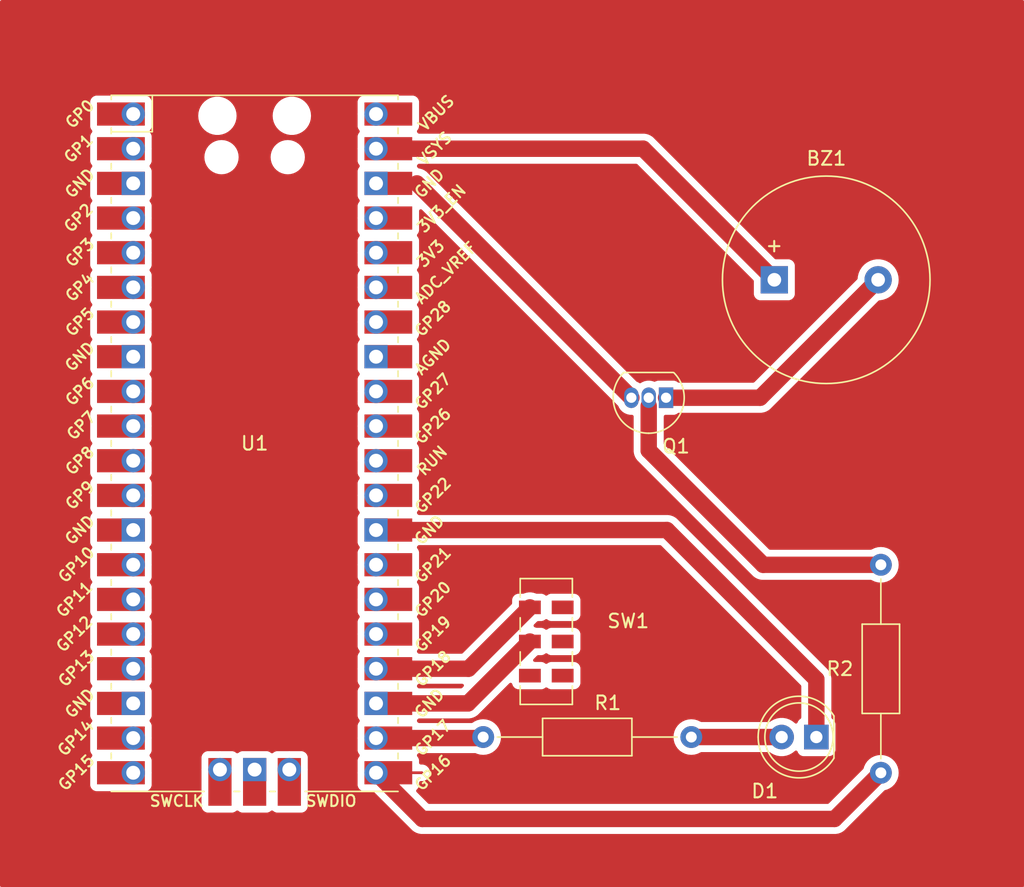
<source format=kicad_pcb>
(kicad_pcb (version 20240108) (generator "pcbnew") (generator_version "8.0")
  (layers (0 "F.Cu" signal) (31 "B.Cu" signal) (34 "B.Paste" user) (35 "F.Paste" user) (36 "B.SilkS" user "B.Silkscreen") (37 "F.SilkS" user "F.Silkscreen") (38 "B.Mask" user) (39 "F.Mask" user) (44 "Edge.Cuts" user))
  (net 0 "")
  (net 1 "Net-(BZ1--)")
  (net 2 "VCC")
  (net 3 "Net-(D1-A)")
  (net 4 "GND (LED)")
  (net 5 "Net-(Q1-B)")
  (net 6 "GND (Buzzer)")
  (net 7 "GP17 (LED)")
  (net 8 "GP16 (Buzzer)")
  (net 9 "GND (Switch)")
  (net 11 "GP18 (Switch)")
  (footprint "LED_THT:LED_D5.0mm" (layer "F.Cu") (at 184.775 119 180)
    (property "Reference" "D1" (at 3.775 -3.96 180) (layer "F.SilkS"))
    (property "Value" "LED")
    (fp_line (start -1.29 -1.545) (end -1.29 1.545) (stroke (width 0.12)) (layer "F.SilkS"))
    (fp_arc (start 4.26 -0.000462) (mid 2.072002 2.880433) (end -1.29 1.54483) (stroke (width 0.12)) (layer "F.SilkS"))
    (fp_arc (start -1.29 -1.54483) (mid 2.072002 -2.880433) (end 4.26 0.000462) (stroke (width 0.12)) (layer "F.SilkS"))
    (fp_circle (center 1.27 0) (end 3.77 0) (stroke (width 0.12)) (fill none) (layer "F.SilkS"))
    (pad "1" thru_hole rect (at 0 0 180) (size 1.8 1.8) (drill 0.9) (layers "*.Cu" "*.Mask") (net 4 "GND (LED)"))
    (pad "2" thru_hole circle (at 2.54 0 180) (size 1.8 1.8) (drill 0.9) (layers "*.Cu" "*.Mask") (net 3 "Net-(D1-A)"))
  )
  (footprint "Resistor_THT:R_Axial_DIN0207_L6.3mm_D2.5mm_P15.24mm_Horizontal" (layer "F.Cu") (at 160.38 119)
    (property "Reference" "R1" (at 9.12 -2.5 0) (layer "F.SilkS"))
    (property "Value" "220")
    (fp_line (start 1.04 0) (end 4.35 0) (stroke (width 0.12)) (layer "F.SilkS"))
    (fp_line (start 4.35 -1.37) (end 4.35 1.37) (stroke (width 0.12)) (layer "F.SilkS"))
    (fp_line (start 4.35 1.37) (end 10.89 1.37) (stroke (width 0.12)) (layer "F.SilkS"))
    (fp_line (start 10.89 -1.37) (end 4.35 -1.37) (stroke (width 0.12)) (layer "F.SilkS"))
    (fp_line (start 10.89 1.37) (end 10.89 -1.37) (stroke (width 0.12)) (layer "F.SilkS"))
    (fp_line (start 14.2 0) (end 10.89 0) (stroke (width 0.12)) (layer "F.SilkS"))
    (pad "1" thru_hole circle (at 0 0) (size 1.6 1.6) (drill 0.8) (layers "*.Cu" "*.Mask") (net 7 "GP17 (LED)"))
    (pad "2" thru_hole oval (at 15.24 0) (size 1.6 1.6) (drill 0.8) (layers "*.Cu" "*.Mask") (net 3 "Net-(D1-A)"))
  )
  (footprint "Button_Switch_SMD:SW_DPDT_CK_JS202011JCQN" (layer "F.Cu") (at 165 112 90)
    (property "Reference" "SW1" (at 1.5 6 0) (layer "F.SilkS"))
    (property "Value" "SW_SPDT")
    (fp_line (start 4.61 -1.91) (end 3.26 -1.91) (stroke (width 0.12)) (layer "F.SilkS"))
    (fp_line (start 4.61 -1.91) (end 4.61 1.91) (stroke (width 0.12)) (layer "F.SilkS"))
    (fp_line (start 1.74 -1.91) (end 0.76 -1.91) (stroke (width 0.12)) (layer "F.SilkS"))
    (fp_line (start -0.76 -1.91) (end -1.74 -1.91) (stroke (width 0.12)) (layer "F.SilkS"))
    (fp_line (start -3.26 -1.91) (end -4.61 -1.91) (stroke (width 0.12)) (layer "F.SilkS"))
    (fp_line (start -4.61 -1.91) (end -4.61 1.91) (stroke (width 0.12)) (layer "F.SilkS"))
    (fp_line (start 4.61 1.91) (end 3.26 1.91) (stroke (width 0.12)) (layer "F.SilkS"))
    (fp_line (start 1.74 1.91) (end 0.76 1.91) (stroke (width 0.12)) (layer "F.SilkS"))
    (fp_line (start -0.76 1.91) (end -1.74 1.91) (stroke (width 0.12)) (layer "F.SilkS"))
    (fp_line (start -4.61 1.91) (end -3.26 1.91) (stroke (width 0.12)) (layer "F.SilkS"))
    (pad "1" smd rect (at -2.5 -1.2 90) (size 1 1.6) (layers "F.Cu" "F.Paste" "F.Mask"))
    (pad "2" smd rect (at 0 -1.2 90) (size 1 1.6) (layers "F.Cu" "F.Paste" "F.Mask") (net 9 "GND (Switch)"))
    (pad "3" smd rect (at 2.5 -1.2 90) (size 1 1.6) (layers "F.Cu" "F.Paste" "F.Mask") (net 11 "GP18 (Switch)"))
    (pad "4" smd rect (at -2.5 1.2 90) (size 1 1.6) (layers "F.Cu" "F.Paste" "F.Mask"))
    (pad "5" smd rect (at 0 1.2 90) (size 1 1.6) (layers "F.Cu" "F.Paste" "F.Mask"))
    (pad "6" smd rect (at 2.5 1.2 90) (size 1 1.6) (layers "F.Cu" "F.Paste" "F.Mask"))
  )
  (footprint "Package_TO_SOT_THT:TO-92_Inline" (layer "F.Cu") (at 173.77 94.14 180)
    (property "Reference" "Q1" (at -0.73 -3.56 180) (layer "F.SilkS"))
    (property "Value" "BC337")
    (fp_line (start -0.53 1.85) (end 3.07 1.85) (stroke (width 0.12)) (layer "F.SilkS"))
    (fp_arc (start 1.27 -2.6) (mid 3.672087 -0.994977) (end 3.108478 1.838478) (stroke (width 0.12)) (layer "F.SilkS"))
    (fp_arc (start -0.568478 1.838478) (mid -1.132087 -0.994977) (end 1.27 -2.6) (stroke (width 0.12)) (layer "F.SilkS"))
    (pad "1" thru_hole rect (at 0 0 180) (size 1.05 1.5) (drill 0.75) (layers "*.Cu" "*.Mask") (net 1 "Net-(BZ1--)"))
    (pad "2" thru_hole oval (at 1.27 0 180) (size 1.05 1.5) (drill 0.75) (layers "*.Cu" "*.Mask") (net 5 "Net-(Q1-B)"))
    (pad "3" thru_hole oval (at 2.54 0 180) (size 1.05 1.5) (drill 0.75) (layers "*.Cu" "*.Mask") (net 6 "GND (Buzzer)"))
  )
  (footprint "MCU_RaspberryPi_and_Boards:RPi_Pico_SMD_TH" (layer "F.Cu") (at 143.645 97.485)
    (property "Reference" "U1" (at 0 0 0) (layer "F.SilkS"))
    (property "Value" "Pico")
    (fp_line (start -10.5 -25.5) (end -10.5 -25.2) (stroke (width 0.12)) (layer "F.SilkS"))
    (fp_line (start -10.5 -25.5) (end 10.5 -25.5) (stroke (width 0.12)) (layer "F.SilkS"))
    (fp_line (start -10.5 -23.1) (end -10.5 -22.7) (stroke (width 0.12)) (layer "F.SilkS"))
    (fp_line (start -10.5 -22.833) (end -7.493 -22.833) (stroke (width 0.12)) (layer "F.SilkS"))
    (fp_line (start -10.5 -20.5) (end -10.5 -20.1) (stroke (width 0.12)) (layer "F.SilkS"))
    (fp_line (start -10.5 -18) (end -10.5 -17.6) (stroke (width 0.12)) (layer "F.SilkS"))
    (fp_line (start -10.5 -15.4) (end -10.5 -15) (stroke (width 0.12)) (layer "F.SilkS"))
    (fp_line (start -10.5 -12.9) (end -10.5 -12.5) (stroke (width 0.12)) (layer "F.SilkS"))
    (fp_line (start -10.5 -10.4) (end -10.5 -10) (stroke (width 0.12)) (layer "F.SilkS"))
    (fp_line (start -10.5 -7.8) (end -10.5 -7.4) (stroke (width 0.12)) (layer "F.SilkS"))
    (fp_line (start -10.5 -5.3) (end -10.5 -4.9) (stroke (width 0.12)) (layer "F.SilkS"))
    (fp_line (start -10.5 -2.7) (end -10.5 -2.3) (stroke (width 0.12)) (layer "F.SilkS"))
    (fp_line (start -10.5 -0.2) (end -10.5 0.2) (stroke (width 0.12)) (layer "F.SilkS"))
    (fp_line (start -10.5 2.3) (end -10.5 2.7) (stroke (width 0.12)) (layer "F.SilkS"))
    (fp_line (start -10.5 4.9) (end -10.5 5.3) (stroke (width 0.12)) (layer "F.SilkS"))
    (fp_line (start -10.5 7.4) (end -10.5 7.8) (stroke (width 0.12)) (layer "F.SilkS"))
    (fp_line (start -10.5 10) (end -10.5 10.4) (stroke (width 0.12)) (layer "F.SilkS"))
    (fp_line (start -10.5 12.5) (end -10.5 12.9) (stroke (width 0.12)) (layer "F.SilkS"))
    (fp_line (start -10.5 15.1) (end -10.5 15.5) (stroke (width 0.12)) (layer "F.SilkS"))
    (fp_line (start -10.5 17.6) (end -10.5 18) (stroke (width 0.12)) (layer "F.SilkS"))
    (fp_line (start -10.5 20.1) (end -10.5 20.5) (stroke (width 0.12)) (layer "F.SilkS"))
    (fp_line (start -10.5 22.7) (end -10.5 23.1) (stroke (width 0.12)) (layer "F.SilkS"))
    (fp_line (start -7.493 -22.833) (end -7.493 -25.5) (stroke (width 0.12)) (layer "F.SilkS"))
    (fp_line (start -3.7 25.5) (end -10.5 25.5) (stroke (width 0.12)) (layer "F.SilkS"))
    (fp_line (start -1.5 25.5) (end -1.1 25.5) (stroke (width 0.12)) (layer "F.SilkS"))
    (fp_line (start 1.1 25.5) (end 1.5 25.5) (stroke (width 0.12)) (layer "F.SilkS"))
    (fp_line (start 10.5 -25.5) (end 10.5 -25.2) (stroke (width 0.12)) (layer "F.SilkS"))
    (fp_line (start 10.5 -23.1) (end 10.5 -22.7) (stroke (width 0.12)) (layer "F.SilkS"))
    (fp_line (start 10.5 -20.5) (end 10.5 -20.1) (stroke (width 0.12)) (layer "F.SilkS"))
    (fp_line (start 10.5 -18) (end 10.5 -17.6) (stroke (width 0.12)) (layer "F.SilkS"))
    (fp_line (start 10.5 -15.4) (end 10.5 -15) (stroke (width 0.12)) (layer "F.SilkS"))
    (fp_line (start 10.5 -12.9) (end 10.5 -12.5) (stroke (width 0.12)) (layer "F.SilkS"))
    (fp_line (start 10.5 -10.4) (end 10.5 -10) (stroke (width 0.12)) (layer "F.SilkS"))
    (fp_line (start 10.5 -7.8) (end 10.5 -7.4) (stroke (width 0.12)) (layer "F.SilkS"))
    (fp_line (start 10.5 -5.3) (end 10.5 -4.9) (stroke (width 0.12)) (layer "F.SilkS"))
    (fp_line (start 10.5 -2.7) (end 10.5 -2.3) (stroke (width 0.12)) (layer "F.SilkS"))
    (fp_line (start 10.5 -0.2) (end 10.5 0.2) (stroke (width 0.12)) (layer "F.SilkS"))
    (fp_line (start 10.5 2.3) (end 10.5 2.7) (stroke (width 0.12)) (layer "F.SilkS"))
    (fp_line (start 10.5 4.9) (end 10.5 5.3) (stroke (width 0.12)) (layer "F.SilkS"))
    (fp_line (start 10.5 7.4) (end 10.5 7.8) (stroke (width 0.12)) (layer "F.SilkS"))
    (fp_line (start 10.5 10) (end 10.5 10.4) (stroke (width 0.12)) (layer "F.SilkS"))
    (fp_line (start 10.5 12.5) (end 10.5 12.9) (stroke (width 0.12)) (layer "F.SilkS"))
    (fp_line (start 10.5 15.1) (end 10.5 15.5) (stroke (width 0.12)) (layer "F.SilkS"))
    (fp_line (start 10.5 17.6) (end 10.5 18) (stroke (width 0.12)) (layer "F.SilkS"))
    (fp_line (start 10.5 20.1) (end 10.5 20.5) (stroke (width 0.12)) (layer "F.SilkS"))
    (fp_line (start 10.5 22.7) (end 10.5 23.1) (stroke (width 0.12)) (layer "F.SilkS"))
    (fp_line (start 10.5 25.5) (end 3.7 25.5) (stroke (width 0.12)) (layer "F.SilkS"))
    (fp_text user "GP15" (at -13.054 24.13 45) (layer "F.SilkS") (effects (font (size 0.8 0.8))))
    (fp_text user "GP18" (at 13.054 16.51 45) (layer "F.SilkS") (effects (font (size 0.8 0.8))))
    (fp_text user "GP28" (at 13.054 -9.144 45) (layer "F.SilkS") (effects (font (size 0.8 0.8))))
    (fp_text user "GND" (at -12.8 -6.35 45) (layer "F.SilkS") (effects (font (size 0.8 0.8))))
    (fp_text user "GP16" (at 13.054 24.13 45) (layer "F.SilkS") (effects (font (size 0.8 0.8))))
    (fp_text user "GP12" (at -13.2 13.97 45) (layer "F.SilkS") (effects (font (size 0.8 0.8))))
    (fp_text user "GP2" (at -12.9 -16.51 45) (layer "F.SilkS") (effects (font (size 0.8 0.8))))
    (fp_text user "GP20" (at 13.054 11.43 45) (layer "F.SilkS") (effects (font (size 0.8 0.8))))
    (fp_text user "GP0" (at -12.8 -24.13 45) (layer "F.SilkS") (effects (font (size 0.8 0.8))))
    (fp_text user "GP3" (at -12.8 -13.97 45) (layer "F.SilkS") (effects (font (size 0.8 0.8))))
    (fp_text user "SWCLK" (at -5.7 26.2 0) (layer "F.SilkS") (effects (font (size 0.8 0.8))))
    (fp_text user "GP13" (at -13.054 16.51 45) (layer "F.SilkS") (effects (font (size 0.8 0.8))))
    (fp_text user "ADC_VREF" (at 14 -12.5 45) (layer "F.SilkS") (effects (font (size 0.8 0.8))))
    (fp_text user "GND" (at -12.8 19.05 45) (layer "F.SilkS") (effects (font (size 0.8 0.8))))
    (fp_text user "GP8" (at -12.8 1.27 45) (layer "F.SilkS") (effects (font (size 0.8 0.8))))
    (fp_text user "GP9" (at -12.8 3.81 45) (layer "F.SilkS") (effects (font (size 0.8 0.8))))
    (fp_text user "GP5" (at -12.8 -8.89 45) (layer "F.SilkS") (effects (font (size 0.8 0.8))))
    (fp_text user "GP17" (at 13.054 21.59 45) (layer "F.SilkS") (effects (font (size 0.8 0.8))))
    (fp_text user "GP14" (at -13.1 21.59 45) (layer "F.SilkS") (effects (font (size 0.8 0.8))))
    (fp_text user "RUN" (at 13 1.27 45) (layer "F.SilkS") (effects (font (size 0.8 0.8))))
    (fp_text user "GP1" (at -12.9 -21.6 45) (layer "F.SilkS") (effects (font (size 0.8 0.8))))
    (fp_text user "GP21" (at 13.054 8.9 45) (layer "F.SilkS") (effects (font (size 0.8 0.8))))
    (fp_text user "VSYS" (at 13.2 -21.59 45) (layer "F.SilkS") (effects (font (size 0.8 0.8))))
    (fp_text user "GND" (at 12.8 19.05 45) (layer "F.SilkS") (effects (font (size 0.8 0.8))))
    (fp_text user "GND" (at -12.8 6.35 45) (layer "F.SilkS") (effects (font (size 0.8 0.8))))
    (fp_text user "GP19" (at 13.054 13.97 45) (layer "F.SilkS") (effects (font (size 0.8 0.8))))
    (fp_text user "VBUS" (at 13.3 -24.2 45) (layer "F.SilkS") (effects (font (size 0.8 0.8))))
    (fp_text user "GND" (at 12.8 -19.05 45) (layer "F.SilkS") (effects (font (size 0.8 0.8))))
    (fp_text user "3V3" (at 12.9 -13.9 45) (layer "F.SilkS") (effects (font (size 0.8 0.8))))
    (fp_text user "AGND" (at 13.054 -6.35 45) (layer "F.SilkS") (effects (font (size 0.8 0.8))))
    (fp_text user "GP11" (at -13.2 11.43 45) (layer "F.SilkS") (effects (font (size 0.8 0.8))))
    (fp_text user "GP10" (at -13.054 8.89 45) (layer "F.SilkS") (effects (font (size 0.8 0.8))))
    (fp_text user "3V3_EN" (at 13.7 -17.2 45) (layer "F.SilkS") (effects (font (size 0.8 0.8))))
    (fp_text user "GND" (at 12.8 6.35 45) (layer "F.SilkS") (effects (font (size 0.8 0.8))))
    (fp_text user "SWDIO" (at 5.6 26.2 0) (layer "F.SilkS") (effects (font (size 0.8 0.8))))
    (fp_text user "GP22" (at 13.054 3.81 45) (layer "F.SilkS") (effects (font (size 0.8 0.8))))
    (fp_text user "GND" (at -12.8 -19.05 45) (layer "F.SilkS") (effects (font (size 0.8 0.8))))
    (fp_text user "GP7" (at -12.7 -1.3 45) (layer "F.SilkS") (effects (font (size 0.8 0.8))))
    (fp_text user "GP27" (at 13.054 -3.8 45) (layer "F.SilkS") (effects (font (size 0.8 0.8))))
    (fp_text user "GP26" (at 13.054 -1.27 45) (layer "F.SilkS") (effects (font (size 0.8 0.8))))
    (fp_text user "GP6" (at -12.8 -3.81 45) (layer "F.SilkS") (effects (font (size 0.8 0.8))))
    (fp_text user "GP4" (at -12.8 -11.43 45) (layer "F.SilkS") (effects (font (size 0.8 0.8))))
    (pad "" np_thru_hole oval (at -2.725 -24) (size 1.8 1.8) (drill 1.8) (layers "*.Cu" "*.Mask"))
    (pad "" np_thru_hole oval (at -2.425 -20.97) (size 1.5 1.5) (drill 1.5) (layers "*.Cu" "*.Mask"))
    (pad "" np_thru_hole oval (at 2.425 -20.97) (size 1.5 1.5) (drill 1.5) (layers "*.Cu" "*.Mask"))
    (pad "" np_thru_hole oval (at 2.725 -24) (size 1.8 1.8) (drill 1.8) (layers "*.Cu" "*.Mask"))
    (pad "1" thru_hole oval (at -8.89 -24.13) (size 1.7 1.7) (drill 1.02) (layers "*.Cu" "*.Mask"))
    (pad "1" smd rect (at -8.89 -24.13) (size 3.5 1.7) (drill (offset -0.9 0)) (layers "F.Cu" "F.Mask"))
    (pad "2" thru_hole oval (at -8.89 -21.59) (size 1.7 1.7) (drill 1.02) (layers "*.Cu" "*.Mask"))
    (pad "2" smd rect (at -8.89 -21.59) (size 3.5 1.7) (drill (offset -0.9 0)) (layers "F.Cu" "F.Mask"))
    (pad "3" thru_hole rect (at -8.89 -19.05) (size 1.7 1.7) (drill 1.02) (layers "*.Cu" "*.Mask"))
    (pad "3" smd rect (at -8.89 -19.05) (size 3.5 1.7) (drill (offset -0.9 0)) (layers "F.Cu" "F.Mask"))
    (pad "4" thru_hole oval (at -8.89 -16.51) (size 1.7 1.7) (drill 1.02) (layers "*.Cu" "*.Mask"))
    (pad "4" smd rect (at -8.89 -16.51) (size 3.5 1.7) (drill (offset -0.9 0)) (layers "F.Cu" "F.Mask"))
    (pad "5" thru_hole oval (at -8.89 -13.97) (size 1.7 1.7) (drill 1.02) (layers "*.Cu" "*.Mask"))
    (pad "5" smd rect (at -8.89 -13.97) (size 3.5 1.7) (drill (offset -0.9 0)) (layers "F.Cu" "F.Mask"))
    (pad "6" thru_hole oval (at -8.89 -11.43) (size 1.7 1.7) (drill 1.02) (layers "*.Cu" "*.Mask"))
    (pad "6" smd rect (at -8.89 -11.43) (size 3.5 1.7) (drill (offset -0.9 0)) (layers "F.Cu" "F.Mask"))
    (pad "7" thru_hole oval (at -8.89 -8.89) (size 1.7 1.7) (drill 1.02) (layers "*.Cu" "*.Mask"))
    (pad "7" smd rect (at -8.89 -8.89) (size 3.5 1.7) (drill (offset -0.9 0)) (layers "F.Cu" "F.Mask"))
    (pad "8" thru_hole rect (at -8.89 -6.35) (size 1.7 1.7) (drill 1.02) (layers "*.Cu" "*.Mask"))
    (pad "8" smd rect (at -8.89 -6.35) (size 3.5 1.7) (drill (offset -0.9 0)) (layers "F.Cu" "F.Mask"))
    (pad "9" thru_hole oval (at -8.89 -3.81) (size 1.7 1.7) (drill 1.02) (layers "*.Cu" "*.Mask"))
    (pad "9" smd rect (at -8.89 -3.81) (size 3.5 1.7) (drill (offset -0.9 0)) (layers "F.Cu" "F.Mask"))
    (pad "10" thru_hole oval (at -8.89 -1.27) (size 1.7 1.7) (drill 1.02) (layers "*.Cu" "*.Mask"))
    (pad "10" smd rect (at -8.89 -1.27) (size 3.5 1.7) (drill (offset -0.9 0)) (layers "F.Cu" "F.Mask"))
    (pad "11" thru_hole oval (at -8.89 1.27) (size 1.7 1.7) (drill 1.02) (layers "*.Cu" "*.Mask"))
    (pad "11" smd rect (at -8.89 1.27) (size 3.5 1.7) (drill (offset -0.9 0)) (layers "F.Cu" "F.Mask"))
    (pad "12" thru_hole oval (at -8.89 3.81) (size 1.7 1.7) (drill 1.02) (layers "*.Cu" "*.Mask"))
    (pad "12" smd rect (at -8.89 3.81) (size 3.5 1.7) (drill (offset -0.9 0)) (layers "F.Cu" "F.Mask"))
    (pad "13" thru_hole rect (at -8.89 6.35) (size 1.7 1.7) (drill 1.02) (layers "*.Cu" "*.Mask"))
    (pad "13" smd rect (at -8.89 6.35) (size 3.5 1.7) (drill (offset -0.9 0)) (layers "F.Cu" "F.Mask"))
    (pad "14" thru_hole oval (at -8.89 8.89) (size 1.7 1.7) (drill 1.02) (layers "*.Cu" "*.Mask"))
    (pad "14" smd rect (at -8.89 8.89) (size 3.5 1.7) (drill (offset -0.9 0)) (layers "F.Cu" "F.Mask"))
    (pad "15" thru_hole oval (at -8.89 11.43) (size 1.7 1.7) (drill 1.02) (layers "*.Cu" "*.Mask"))
    (pad "15" smd rect (at -8.89 11.43) (size 3.5 1.7) (drill (offset -0.9 0)) (layers "F.Cu" "F.Mask"))
    (pad "16" thru_hole oval (at -8.89 13.97) (size 1.7 1.7) (drill 1.02) (layers "*.Cu" "*.Mask"))
    (pad "16" smd rect (at -8.89 13.97) (size 3.5 1.7) (drill (offset -0.9 0)) (layers "F.Cu" "F.Mask"))
    (pad "17" thru_hole oval (at -8.89 16.51) (size 1.7 1.7) (drill 1.02) (layers "*.Cu" "*.Mask"))
    (pad "17" smd rect (at -8.89 16.51) (size 3.5 1.7) (drill (offset -0.9 0)) (layers "F.Cu" "F.Mask"))
    (pad "18" thru_hole rect (at -8.89 19.05) (size 1.7 1.7) (drill 1.02) (layers "*.Cu" "*.Mask"))
    (pad "18" smd rect (at -8.89 19.05) (size 3.5 1.7) (drill (offset -0.9 0)) (layers "F.Cu" "F.Mask"))
    (pad "19" thru_hole oval (at -8.89 21.59) (size 1.7 1.7) (drill 1.02) (layers "*.Cu" "*.Mask"))
    (pad "19" smd rect (at -8.89 21.59) (size 3.5 1.7) (drill (offset -0.9 0)) (layers "F.Cu" "F.Mask"))
    (pad "20" thru_hole oval (at -8.89 24.13) (size 1.7 1.7) (drill 1.02) (layers "*.Cu" "*.Mask"))
    (pad "20" smd rect (at -8.89 24.13) (size 3.5 1.7) (drill (offset -0.9 0)) (layers "F.Cu" "F.Mask"))
    (pad "21" thru_hole oval (at 8.89 24.13) (size 1.7 1.7) (drill 1.02) (layers "*.Cu" "*.Mask") (net 8 "GP16 (Buzzer)"))
    (pad "21" smd rect (at 8.89 24.13) (size 3.5 1.7) (drill (offset 0.9 0)) (layers "F.Cu" "F.Mask") (net 8 "GP16 (Buzzer)"))
    (pad "22" thru_hole oval (at 8.89 21.59) (size 1.7 1.7) (drill 1.02) (layers "*.Cu" "*.Mask") (net 7 "GP17 (LED)"))
    (pad "22" smd rect (at 8.89 21.59) (size 3.5 1.7) (drill (offset 0.9 0)) (layers "F.Cu" "F.Mask") (net 7 "GP17 (LED)"))
    (pad "23" thru_hole rect (at 8.89 19.05) (size 1.7 1.7) (drill 1.02) (layers "*.Cu" "*.Mask") (net 9 "GND (Switch)"))
    (pad "23" smd rect (at 8.89 19.05) (size 3.5 1.7) (drill (offset 0.9 0)) (layers "F.Cu" "F.Mask") (net 9 "GND (Switch)"))
    (pad "24" thru_hole oval (at 8.89 16.51) (size 1.7 1.7) (drill 1.02) (layers "*.Cu" "*.Mask") (net 11 "GP18 (Switch)"))
    (pad "24" smd rect (at 8.89 16.51) (size 3.5 1.7) (drill (offset 0.9 0)) (layers "F.Cu" "F.Mask") (net 11 "GP18 (Switch)"))
    (pad "25" thru_hole oval (at 8.89 13.97) (size 1.7 1.7) (drill 1.02) (layers "*.Cu" "*.Mask"))
    (pad "25" smd rect (at 8.89 13.97) (size 3.5 1.7) (drill (offset 0.9 0)) (layers "F.Cu" "F.Mask"))
    (pad "26" thru_hole oval (at 8.89 11.43) (size 1.7 1.7) (drill 1.02) (layers "*.Cu" "*.Mask"))
    (pad "26" smd rect (at 8.89 11.43) (size 3.5 1.7) (drill (offset 0.9 0)) (layers "F.Cu" "F.Mask"))
    (pad "27" thru_hole oval (at 8.89 8.89) (size 1.7 1.7) (drill 1.02) (layers "*.Cu" "*.Mask"))
    (pad "27" smd rect (at 8.89 8.89) (size 3.5 1.7) (drill (offset 0.9 0)) (layers "F.Cu" "F.Mask"))
    (pad "28" thru_hole rect (at 8.89 6.35) (size 1.7 1.7) (drill 1.02) (layers "*.Cu" "*.Mask") (net 4 "GND (LED)"))
    (pad "28" smd rect (at 8.89 6.35) (size 3.5 1.7) (drill (offset 0.9 0)) (layers "F.Cu" "F.Mask") (net 4 "GND (LED)"))
    (pad "29" thru_hole oval (at 8.89 3.81) (size 1.7 1.7) (drill 1.02) (layers "*.Cu" "*.Mask"))
    (pad "29" smd rect (at 8.89 3.81) (size 3.5 1.7) (drill (offset 0.9 0)) (layers "F.Cu" "F.Mask"))
    (pad "30" thru_hole oval (at 8.89 1.27) (size 1.7 1.7) (drill 1.02) (layers "*.Cu" "*.Mask"))
    (pad "30" smd rect (at 8.89 1.27) (size 3.5 1.7) (drill (offset 0.9 0)) (layers "F.Cu" "F.Mask"))
    (pad "31" thru_hole oval (at 8.89 -1.27) (size 1.7 1.7) (drill 1.02) (layers "*.Cu" "*.Mask"))
    (pad "31" smd rect (at 8.89 -1.27) (size 3.5 1.7) (drill (offset 0.9 0)) (layers "F.Cu" "F.Mask"))
    (pad "32" thru_hole oval (at 8.89 -3.81) (size 1.7 1.7) (drill 1.02) (layers "*.Cu" "*.Mask"))
    (pad "32" smd rect (at 8.89 -3.81) (size 3.5 1.7) (drill (offset 0.9 0)) (layers "F.Cu" "F.Mask"))
    (pad "33" thru_hole rect (at 8.89 -6.35) (size 1.7 1.7) (drill 1.02) (layers "*.Cu" "*.Mask"))
    (pad "33" smd rect (at 8.89 -6.35) (size 3.5 1.7) (drill (offset 0.9 0)) (layers "F.Cu" "F.Mask"))
    (pad "34" thru_hole oval (at 8.89 -8.89) (size 1.7 1.7) (drill 1.02) (layers "*.Cu" "*.Mask"))
    (pad "34" smd rect (at 8.89 -8.89) (size 3.5 1.7) (drill (offset 0.9 0)) (layers "F.Cu" "F.Mask"))
    (pad "35" thru_hole oval (at 8.89 -11.43) (size 1.7 1.7) (drill 1.02) (layers "*.Cu" "*.Mask"))
    (pad "35" smd rect (at 8.89 -11.43) (size 3.5 1.7) (drill (offset 0.9 0)) (layers "F.Cu" "F.Mask"))
    (pad "36" thru_hole oval (at 8.89 -13.97) (size 1.7 1.7) (drill 1.02) (layers "*.Cu" "*.Mask"))
    (pad "36" smd rect (at 8.89 -13.97) (size 3.5 1.7) (drill (offset 0.9 0)) (layers "F.Cu" "F.Mask"))
    (pad "37" thru_hole oval (at 8.89 -16.51) (size 1.7 1.7) (drill 1.02) (layers "*.Cu" "*.Mask"))
    (pad "37" smd rect (at 8.89 -16.51) (size 3.5 1.7) (drill (offset 0.9 0)) (layers "F.Cu" "F.Mask"))
    (pad "38" thru_hole rect (at 8.89 -19.05) (size 1.7 1.7) (drill 1.02) (layers "*.Cu" "*.Mask") (net 6 "GND (Buzzer)"))
    (pad "38" smd rect (at 8.89 -19.05) (size 3.5 1.7) (drill (offset 0.9 0)) (layers "F.Cu" "F.Mask") (net 6 "GND (Buzzer)"))
    (pad "39" thru_hole oval (at 8.89 -21.59) (size 1.7 1.7) (drill 1.02) (layers "*.Cu" "*.Mask") (net 2 "VCC"))
    (pad "39" smd rect (at 8.89 -21.59) (size 3.5 1.7) (drill (offset 0.9 0)) (layers "F.Cu" "F.Mask") (net 2 "VCC"))
    (pad "40" thru_hole oval (at 8.89 -24.13) (size 1.7 1.7) (drill 1.02) (layers "*.Cu" "*.Mask"))
    (pad "40" smd rect (at 8.89 -24.13) (size 3.5 1.7) (drill (offset 0.9 0)) (layers "F.Cu" "F.Mask"))
    (pad "41" thru_hole oval (at -2.54 23.9) (size 1.7 1.7) (drill 1.02) (layers "*.Cu" "*.Mask"))
    (pad "41" smd rect (at -2.54 23.9 90) (size 3.5 1.7) (drill (offset -0.9 0)) (layers "F.Cu" "F.Mask"))
    (pad "42" thru_hole rect (at 0 23.9) (size 1.7 1.7) (drill 1.02) (layers "*.Cu" "*.Mask"))
    (pad "42" smd rect (at 0 23.9 90) (size 3.5 1.7) (drill (offset -0.9 0)) (layers "F.Cu" "F.Mask"))
    (pad "43" thru_hole oval (at 2.54 23.9) (size 1.7 1.7) (drill 1.02) (layers "*.Cu" "*.Mask"))
    (pad "43" smd rect (at 2.54 23.9 90) (size 3.5 1.7) (drill (offset -0.9 0)) (layers "F.Cu" "F.Mask"))
  )
  (footprint "Buzzer_Beeper:Buzzer_15x7.5RM7.6" (layer "F.Cu") (at 181.7 85.5)
    (property "Reference" "BZ1" (at 3.81 -8.89 0) (layer "F.SilkS"))
    (property "Value" "Buzzer")
    (fp_circle (center 3.8 0) (end 11.4 0) (stroke (width 0.12)) (fill none) (layer "F.SilkS"))
    (fp_text user "+" (at -0.01 -2.54 0) (layer "F.SilkS"))
    (pad "1" thru_hole rect (at 0 0) (size 2 2) (drill 1) (layers "*.Cu" "*.Mask") (net 2 "VCC"))
    (pad "2" thru_hole circle (at 7.6 0) (size 2 2) (drill 1) (layers "*.Cu" "*.Mask") (net 1 "Net-(BZ1--)"))
  )
  (footprint "Resistor_THT:R_Axial_DIN0207_L6.3mm_D2.5mm_P15.24mm_Horizontal" (layer "F.Cu") (at 189.5 121.62 90)
    (property "Reference" "R2" (at 7.62 -3 0) (layer "F.SilkS"))
    (property "Value" "10K")
    (fp_line (start 10.89 -1.37) (end 4.35 -1.37) (stroke (width 0.12)) (layer "F.SilkS"))
    (fp_line (start 4.35 -1.37) (end 4.35 1.37) (stroke (width 0.12)) (layer "F.SilkS"))
    (fp_line (start 14.2 0) (end 10.89 0) (stroke (width 0.12)) (layer "F.SilkS"))
    (fp_line (start 1.04 0) (end 4.35 0) (stroke (width 0.12)) (layer "F.SilkS"))
    (fp_line (start 10.89 1.37) (end 10.89 -1.37) (stroke (width 0.12)) (layer "F.SilkS"))
    (fp_line (start 4.35 1.37) (end 10.89 1.37) (stroke (width 0.12)) (layer "F.SilkS"))
    (pad "1" thru_hole circle (at 0 0 90) (size 1.6 1.6) (drill 0.8) (layers "*.Cu" "*.Mask") (net 8 "GP16 (Buzzer)"))
    (pad "2" thru_hole oval (at 15.24 0 90) (size 1.6 1.6) (drill 0.8) (layers "*.Cu" "*.Mask") (net 5 "Net-(Q1-B)"))
  )
  (segment (start 180.66 94.14) (end 173.77 94.14) (width 1.2) (layer "F.Cu") (net 1))
  (segment (start 189.3 85.5) (end 180.66 94.14) (width 1.2) (layer "F.Cu") (net 1))
  (segment (start 172.095 75.895) (end 181.7 85.5) (width 1.2) (layer "F.Cu") (net 2))
  (segment (start 181.7 84.644365) (end 181.7 85.5) (width 0.2) (layer "F.Cu") (net 2))
  (segment (start 152.535 75.895) (end 172.095 75.895) (width 1.2) (layer "F.Cu") (net 2))
  (segment (start 175.62 119) (end 182.235 119) (width 1.2) (layer "F.Cu") (net 3))
  (segment (start 184.775 119) (end 184.775 114.775) (width 1.2) (layer "F.Cu") (net 4))
  (segment (start 184.775 114.775) (end 173.835 103.835) (width 1.2) (layer "F.Cu") (net 4))
  (segment (start 173.835 103.835) (end 152.535 103.835) (width 1.2) (layer "F.Cu") (net 4))
  (segment (start 152.7 104) (end 152.535 103.835) (width 0.2) (layer "F.Cu") (net 4))
  (segment (start 180.88 106.38) (end 172.5 98) (width 1.2) (layer "F.Cu") (net 5))
  (segment (start 172.5 94.745) (end 172.5 94.14) (width 0.2) (layer "F.Cu") (net 5))
  (segment (start 172.5 98) (end 172.5 94.745) (width 1.2) (layer "F.Cu") (net 5))
  (segment (start 189.5 106.38) (end 180.88 106.38) (width 1.2) (layer "F.Cu") (net 5))
  (segment (start 171.23 94.14) (end 155.525 78.435) (width 1.2) (layer "F.Cu") (net 6))
  (segment (start 155.525 78.435) (end 152.535 78.435) (width 0.2) (layer "F.Cu") (net 6))
  (segment (start 160.38 119) (end 160.305 119.075) (width 0.2) (layer "F.Cu") (net 7))
  (segment (start 152.535 119.075) (end 153.925 119.075) (width 0.2) (layer "F.Cu") (net 7))
  (segment (start 153.925 119.075) (end 154 119) (width 0.2) (layer "F.Cu") (net 7))
  (segment (start 160.305 119.075) (end 152.535 119.075) (width 1.2) (layer "F.Cu") (net 7))
  (segment (start 189.495 121.615) (end 189.5 121.62) (width 0.2) (layer "F.Cu") (net 8))
  (segment (start 155.885 121.615) (end 155.89 121.62) (width 0.2) (layer "F.Cu") (net 8))
  (segment (start 186.11 125) (end 189.495 121.615) (width 1.2) (layer "F.Cu") (net 8))
  (segment (start 152.535 121.615) (end 155.885 121.615) (width 0.2) (layer "F.Cu") (net 8))
  (segment (start 155.92 125) (end 186.11 125) (width 1.2) (layer "F.Cu") (net 8))
  (segment (start 152.535 121.615) (end 155.92 125) (width 1.2) (layer "F.Cu") (net 8))
  (segment (start 152.535 116.535) (end 159.265 116.535) (width 1.2) (layer "F.Cu") (net 9))
  (segment (start 159.265 116.535) (end 163.8 112) (width 1.2) (layer "F.Cu") (net 9))
  (segment (start 152.535 113.995) (end 159.305 113.995) (width 1.2) (layer "F.Cu") (net 11))
  (segment (start 159.305 113.995) (end 163.8 109.5) (width 1.2) (layer "F.Cu") (net 11))
  (zone (net 0) (net_name "") (layer "F.Cu") (connect_pads (clearance 0.5)) (min_thickness 0.25) (fill yes (thermal_gap 0.5) (thermal_bridge_width 0.5) (island_removal_mode 1) (island_area_min 10))
    (polygon (pts (xy 125 65) (xy 200 65) (xy 200 130) (xy 125 130)))
  )
)
</source>
